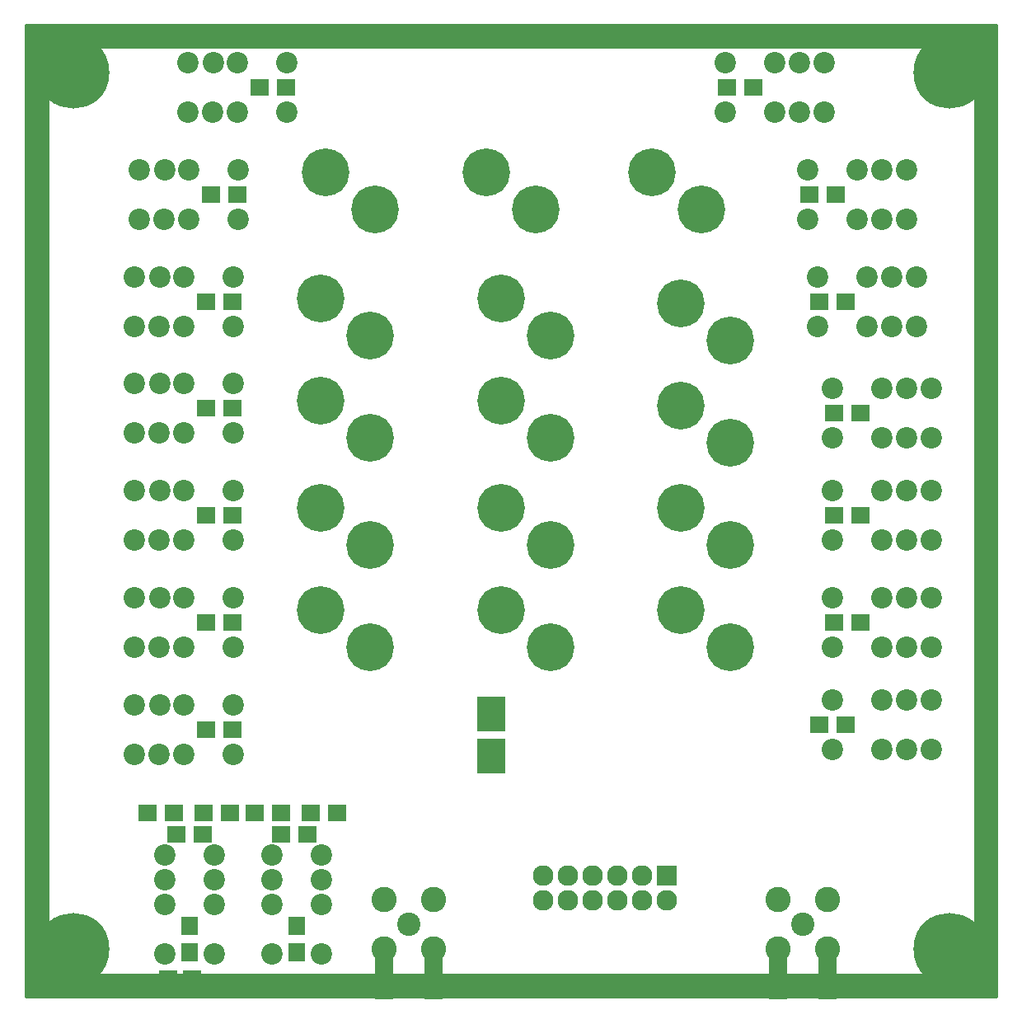
<source format=gbs>
G04 #@! TF.FileFunction,Soldermask,Bot*
%FSLAX46Y46*%
G04 Gerber Fmt 4.6, Leading zero omitted, Abs format (unit mm)*
G04 Created by KiCad (PCBNEW 4.0.7) date 01/14/18 17:35:24*
%MOMM*%
%LPD*%
G01*
G04 APERTURE LIST*
%ADD10C,0.100000*%
%ADD11C,4.900000*%
%ADD12C,7.400000*%
%ADD13R,1.900000X1.650000*%
%ADD14C,2.600000*%
%ADD15C,2.400000*%
%ADD16R,1.900000X1.700000*%
%ADD17C,2.200000*%
%ADD18R,1.700000X1.900000*%
%ADD19R,2.127200X2.127200*%
%ADD20O,2.127200X2.127200*%
%ADD21R,2.900000X3.600000*%
%ADD22R,1.900000X4.400000*%
%ADD23C,0.254000*%
G04 APERTURE END LIST*
D10*
D11*
X138960000Y-40730000D03*
X144040000Y-44540000D03*
X154460000Y-27730000D03*
X159540000Y-31540000D03*
D12*
X95000000Y-17500000D03*
X185000000Y-107500000D03*
D13*
X107250000Y-110500000D03*
X104750000Y-110500000D03*
D14*
X126960000Y-107540000D03*
X126960000Y-102460000D03*
X132040000Y-102460000D03*
X132040000Y-107540000D03*
D15*
X129500000Y-105000000D03*
D11*
X120960000Y-27730000D03*
X126040000Y-31540000D03*
X120460000Y-40730000D03*
X125540000Y-44540000D03*
X120460000Y-51230000D03*
X125540000Y-55040000D03*
X120460000Y-62230000D03*
X125540000Y-66040000D03*
X120460000Y-72730000D03*
X125540000Y-76540000D03*
X137460000Y-27730000D03*
X142540000Y-31540000D03*
X138960000Y-51230000D03*
X144040000Y-55040000D03*
X138960000Y-62230000D03*
X144040000Y-66040000D03*
X138960000Y-72730000D03*
X144040000Y-76540000D03*
X157460000Y-41230000D03*
X162540000Y-45040000D03*
X157460000Y-51730000D03*
X162540000Y-55540000D03*
X157460000Y-62230000D03*
X162540000Y-66040000D03*
X157460000Y-72730000D03*
X162540000Y-76540000D03*
D16*
X105350000Y-93500000D03*
X102650000Y-93500000D03*
X108400000Y-93500000D03*
X111100000Y-93500000D03*
X105650000Y-95750000D03*
X108350000Y-95750000D03*
X116400000Y-95750000D03*
X119100000Y-95750000D03*
X116350000Y-93500000D03*
X113650000Y-93500000D03*
X119400000Y-93500000D03*
X122100000Y-93500000D03*
D12*
X95000000Y-107500000D03*
X185000000Y-17500000D03*
D14*
X167460000Y-107540000D03*
X167460000Y-102460000D03*
X172540000Y-102460000D03*
X172540000Y-107540000D03*
D15*
X170000000Y-105000000D03*
D17*
X109540000Y-108000000D03*
X104460000Y-108000000D03*
X109540000Y-97840000D03*
X109540000Y-102920000D03*
X109540000Y-100400000D03*
X104460000Y-97840000D03*
X104460000Y-102920000D03*
X104460000Y-100380000D03*
X120540000Y-108000000D03*
X115460000Y-108000000D03*
X120540000Y-97840000D03*
X120540000Y-102920000D03*
X120540000Y-100400000D03*
X115460000Y-97840000D03*
X115460000Y-102920000D03*
X115460000Y-100380000D03*
X112000000Y-27460000D03*
X112000000Y-32540000D03*
X101840000Y-27460000D03*
X106920000Y-27460000D03*
X104400000Y-27460000D03*
X101840000Y-32540000D03*
X106920000Y-32540000D03*
X104380000Y-32540000D03*
X111500000Y-38460000D03*
X111500000Y-43540000D03*
X101340000Y-38460000D03*
X106420000Y-38460000D03*
X103900000Y-38460000D03*
X101340000Y-43540000D03*
X106420000Y-43540000D03*
X103880000Y-43540000D03*
X111500000Y-49460000D03*
X111500000Y-54540000D03*
X101340000Y-49460000D03*
X106420000Y-49460000D03*
X103900000Y-49460000D03*
X101340000Y-54540000D03*
X106420000Y-54540000D03*
X103880000Y-54540000D03*
X111500000Y-60460000D03*
X111500000Y-65540000D03*
X101340000Y-60460000D03*
X106420000Y-60460000D03*
X103900000Y-60460000D03*
X101340000Y-65540000D03*
X106420000Y-65540000D03*
X103880000Y-65540000D03*
X111500000Y-71460000D03*
X111500000Y-76540000D03*
X101340000Y-71460000D03*
X106420000Y-71460000D03*
X103900000Y-71460000D03*
X101340000Y-76540000D03*
X106420000Y-76540000D03*
X103880000Y-76540000D03*
X111500000Y-82460000D03*
X111500000Y-87540000D03*
X101340000Y-82460000D03*
X106420000Y-82460000D03*
X103900000Y-82460000D03*
X101340000Y-87540000D03*
X106420000Y-87540000D03*
X103880000Y-87540000D03*
X117000000Y-16460000D03*
X117000000Y-21540000D03*
X106840000Y-16460000D03*
X111920000Y-16460000D03*
X109400000Y-16460000D03*
X106840000Y-21540000D03*
X111920000Y-21540000D03*
X109380000Y-21540000D03*
X170500000Y-32540000D03*
X170500000Y-27460000D03*
X180660000Y-32540000D03*
X175580000Y-32540000D03*
X178100000Y-32540000D03*
X180660000Y-27460000D03*
X175580000Y-27460000D03*
X178120000Y-27460000D03*
X171500000Y-43540000D03*
X171500000Y-38460000D03*
X181660000Y-43540000D03*
X176580000Y-43540000D03*
X179100000Y-43540000D03*
X181660000Y-38460000D03*
X176580000Y-38460000D03*
X179120000Y-38460000D03*
X173000000Y-55040000D03*
X173000000Y-49960000D03*
X183160000Y-55040000D03*
X178080000Y-55040000D03*
X180600000Y-55040000D03*
X183160000Y-49960000D03*
X178080000Y-49960000D03*
X180620000Y-49960000D03*
X173000000Y-65540000D03*
X173000000Y-60460000D03*
X183160000Y-65540000D03*
X178080000Y-65540000D03*
X180600000Y-65540000D03*
X183160000Y-60460000D03*
X178080000Y-60460000D03*
X180620000Y-60460000D03*
X173000000Y-76540000D03*
X173000000Y-71460000D03*
X183160000Y-76540000D03*
X178080000Y-76540000D03*
X180600000Y-76540000D03*
X183160000Y-71460000D03*
X178080000Y-71460000D03*
X180620000Y-71460000D03*
X173000000Y-87040000D03*
X173000000Y-81960000D03*
X183160000Y-87040000D03*
X178080000Y-87040000D03*
X180600000Y-87040000D03*
X183160000Y-81960000D03*
X178080000Y-81960000D03*
X180620000Y-81960000D03*
X162000000Y-21540000D03*
X162000000Y-16460000D03*
X172160000Y-21540000D03*
X167080000Y-21540000D03*
X169600000Y-21540000D03*
X172160000Y-16460000D03*
X167080000Y-16460000D03*
X169620000Y-16460000D03*
D18*
X107000000Y-107850000D03*
X107000000Y-105150000D03*
D16*
X109150000Y-30000000D03*
X111850000Y-30000000D03*
X111350000Y-41000000D03*
X108650000Y-41000000D03*
X111350000Y-63000000D03*
X108650000Y-63000000D03*
X111350000Y-74000000D03*
X108650000Y-74000000D03*
X111350000Y-85000000D03*
X108650000Y-85000000D03*
X111350000Y-52000000D03*
X108650000Y-52000000D03*
X116850000Y-19000000D03*
X114150000Y-19000000D03*
X164850000Y-19000000D03*
X162150000Y-19000000D03*
X170650000Y-30000000D03*
X173350000Y-30000000D03*
X174350000Y-41000000D03*
X171650000Y-41000000D03*
X175850000Y-63000000D03*
X173150000Y-63000000D03*
X175850000Y-74000000D03*
X173150000Y-74000000D03*
X174350000Y-84500000D03*
X171650000Y-84500000D03*
X175850000Y-52500000D03*
X173150000Y-52500000D03*
D18*
X118000000Y-105150000D03*
X118000000Y-107850000D03*
D19*
X156000000Y-100000000D03*
D20*
X156000000Y-102540000D03*
X153460000Y-100000000D03*
X153460000Y-102540000D03*
X150920000Y-100000000D03*
X150920000Y-102540000D03*
X148380000Y-100000000D03*
X148380000Y-102540000D03*
X145840000Y-100000000D03*
X145840000Y-102540000D03*
X143300000Y-100000000D03*
X143300000Y-102540000D03*
D21*
X138000000Y-83350000D03*
X138000000Y-87650000D03*
D22*
X172540000Y-110500000D03*
X167460000Y-110500000D03*
X132040000Y-110500000D03*
X126960000Y-110500000D03*
D23*
G36*
X189873000Y-112373000D02*
X90127000Y-112373000D01*
X90127000Y-15000000D01*
X92373000Y-15000000D01*
X92373000Y-110000000D01*
X92383006Y-110049410D01*
X92411447Y-110091035D01*
X92453841Y-110118315D01*
X92500000Y-110127000D01*
X187500000Y-110127000D01*
X187549410Y-110116994D01*
X187591035Y-110088553D01*
X187618315Y-110046159D01*
X187627000Y-110000000D01*
X187627000Y-15000000D01*
X187616994Y-14950590D01*
X187588553Y-14908965D01*
X187546159Y-14881685D01*
X187500000Y-14873000D01*
X92500000Y-14873000D01*
X92450590Y-14883006D01*
X92408965Y-14911447D01*
X92381685Y-14953841D01*
X92373000Y-15000000D01*
X90127000Y-15000000D01*
X90127000Y-12627000D01*
X189873000Y-12627000D01*
X189873000Y-112373000D01*
X189873000Y-112373000D01*
G37*
X189873000Y-112373000D02*
X90127000Y-112373000D01*
X90127000Y-15000000D01*
X92373000Y-15000000D01*
X92373000Y-110000000D01*
X92383006Y-110049410D01*
X92411447Y-110091035D01*
X92453841Y-110118315D01*
X92500000Y-110127000D01*
X187500000Y-110127000D01*
X187549410Y-110116994D01*
X187591035Y-110088553D01*
X187618315Y-110046159D01*
X187627000Y-110000000D01*
X187627000Y-15000000D01*
X187616994Y-14950590D01*
X187588553Y-14908965D01*
X187546159Y-14881685D01*
X187500000Y-14873000D01*
X92500000Y-14873000D01*
X92450590Y-14883006D01*
X92408965Y-14911447D01*
X92381685Y-14953841D01*
X92373000Y-15000000D01*
X90127000Y-15000000D01*
X90127000Y-12627000D01*
X189873000Y-12627000D01*
X189873000Y-112373000D01*
M02*

</source>
